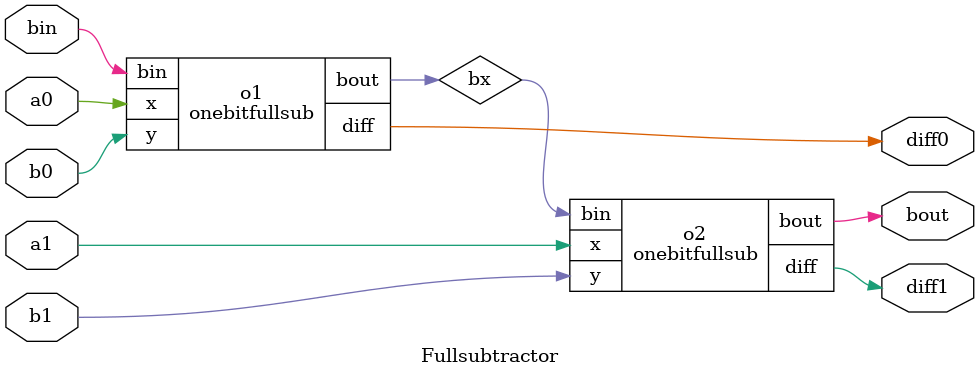
<source format=v>
module halfsub(a,b,diff,bout);
input a;
input b;
output diff;
output bout;
assign diff=a^b;
assign bout = ~a & b;
endmodule 
module onebitfullsub(x,y,bin,diff,bout);
input x;
input y;
input bin;
output diff;
output bout;
wire d1;
wire b1;
wire b2;
halfsub h1 (x,y,d1,b1);
halfsub h2 (d1,bin,diff,b2);
assign bout=b1|b2;
endmodule
module Fullsubtractor(a0,a1,b0,b1,bin,bout,diff0,diff1);
input a0,a1,b0,b1,bin;
output diff0,diff1,bout;
wire bx;
onebitfullsub o1 (a0,b0,bin,diff0,bx);
onebitfullsub o2 (a1,b1,bx,diff1,bout);
endmodule 
</source>
